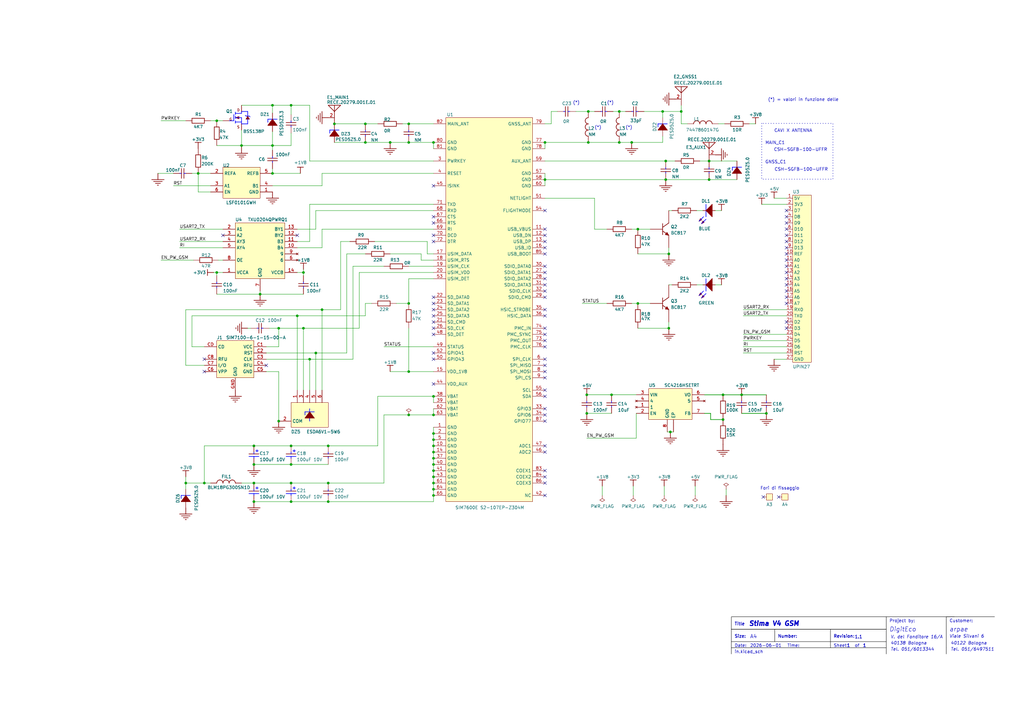
<source format=kicad_sch>
(kicad_sch (version 20230121) (generator eeschema)
  (paper "A3")
  (title_block (title "Stima V4 GSM"))
  (junction (at 119.38 198.12))
  (junction (at 177.8 185.42))
  (junction (at 273.05 66.04))
  (junction (at 261.62 93.98))
  (junction (at 137.16 50.8))
  (junction (at 132.08 127))
  (junction (at 254 58.42))
  (junction (at 261.62 124.46))
  (junction (at 177.8 198.12))
  (junction (at 88.9 111.76))
  (junction (at 119.38 182.88))
  (junction (at 119.38 43.18))
  (junction (at 104.14 190.5))
  (junction (at 241.3 45.72))
  (junction (at 127 147.32))
  (junction (at 134.62 205.74))
  (junction (at 111.76 71.12))
  (junction (at 177.8 182.88))
  (junction (at 124.46 134.62))
  (junction (at 254 45.72))
  (junction (at 111.76 59.69))
  (junction (at 134.62 182.88))
  (junction (at 167.64 58.42))
  (junction (at 134.62 198.12))
  (junction (at 271.78 45.72))
  (junction (at 250.825 161.925))
  (junction (at 119.38 190.5))
  (junction (at 76.2 198.12))
  (junction (at 104.14 182.88))
  (junction (at 223.52 58.42))
  (junction (at 274.32 134.62))
  (junction (at 149.86 50.8))
  (junction (at 129.54 144.78))
  (junction (at 241.3 58.42))
  (junction (at 259.08 58.42))
  (junction (at 273.05 73.66))
  (junction (at 304.165 161.925))
  (junction (at 177.8 203.2))
  (junction (at 290.83 73.66))
  (junction (at 274.32 104.14))
  (junction (at 114.3 134.62))
  (junction (at 106.68 120.65))
  (junction (at 290.83 66.04))
  (junction (at 314.325 169.545))
  (junction (at 83.82 198.12))
  (junction (at 167.64 152.4))
  (junction (at 177.8 190.5))
  (junction (at 223.52 73.66))
  (junction (at 111.76 43.18))
  (junction (at 149.86 58.42))
  (junction (at 177.8 193.04))
  (junction (at 177.8 177.8))
  (junction (at 104.14 198.12))
  (junction (at 177.8 195.58))
  (junction (at 177.8 200.66))
  (junction (at 124.46 111.76))
  (junction (at 88.9 49.53))
  (junction (at 177.8 180.34))
  (junction (at 177.8 58.42))
  (junction (at 240.665 161.925))
  (junction (at 104.14 205.74))
  (junction (at 114.3 172.72))
  (junction (at 274.955 177.165))
  (junction (at 296.545 161.925))
  (junction (at 167.64 50.8))
  (junction (at 177.8 162.56))
  (junction (at 177.8 187.96))
  (junction (at 279.4 45.72))
  (junction (at 119.38 205.74))
  (junction (at 296.545 172.085))
  (junction (at 240.665 169.545))
  (junction (at 81.28 71.12))
  (junction (at 121.92 129.54))
  (junction (at 160.02 58.42))
  (junction (at 99.06 59.69))
  (junction (at 167.64 170.18))
  (junction (at 167.64 124.46))
  (junction (at 177.8 170.18))
  (no_connect (at 223.52 99.06))
  (no_connect (at 177.8 121.92))
  (no_connect (at 223.52 182.88))
  (no_connect (at 177.8 129.54))
  (no_connect (at 177.8 99.06))
  (no_connect (at 322.58 93.98))
  (no_connect (at 223.52 195.58))
  (no_connect (at 223.52 198.12))
  (no_connect (at 223.52 147.32))
  (no_connect (at 91.44 96.52))
  (no_connect (at 223.52 101.6))
  (no_connect (at 322.58 91.44))
  (no_connect (at 223.52 134.62))
  (no_connect (at 177.8 76.2))
  (no_connect (at 177.8 157.48))
  (no_connect (at 322.58 104.14))
  (no_connect (at 322.58 109.22))
  (no_connect (at 223.52 154.94))
  (no_connect (at 322.58 134.62))
  (no_connect (at 322.58 132.08))
  (no_connect (at 223.52 167.64))
  (no_connect (at 322.58 88.9))
  (no_connect (at 177.8 127))
  (no_connect (at 121.92 96.52))
  (no_connect (at 177.8 134.62))
  (no_connect (at 223.52 96.52))
  (no_connect (at 322.58 116.84))
  (no_connect (at 177.8 137.16))
  (no_connect (at 177.8 91.44))
  (no_connect (at 322.58 121.92))
  (no_connect (at 223.52 203.2))
  (no_connect (at 177.8 88.9))
  (no_connect (at 322.58 106.68))
  (no_connect (at 223.52 129.54))
  (no_connect (at 322.58 99.06))
  (no_connect (at 322.58 114.3))
  (no_connect (at 223.52 170.18))
  (no_connect (at 322.58 96.52))
  (no_connect (at 177.8 124.46))
  (no_connect (at 223.52 193.04))
  (no_connect (at 177.8 96.52))
  (no_connect (at 319.405 203.835))
  (no_connect (at 109.22 149.86))
  (no_connect (at 223.52 139.7))
  (no_connect (at 223.52 160.02))
  (no_connect (at 223.52 172.72))
  (no_connect (at 223.52 142.24))
  (no_connect (at 223.52 104.14))
  (no_connect (at 223.52 127))
  (no_connect (at 223.52 116.84))
  (no_connect (at 313.055 203.835))
  (no_connect (at 322.58 124.46))
  (no_connect (at 223.52 149.86))
  (no_connect (at 322.58 111.76))
  (no_connect (at 223.52 93.98))
  (no_connect (at 322.58 86.36))
  (no_connect (at 223.52 86.36))
  (no_connect (at 177.8 132.08))
  (no_connect (at 223.52 137.16))
  (no_connect (at 223.52 162.56))
  (no_connect (at 223.52 152.4))
  (no_connect (at 223.52 111.76))
  (no_connect (at 322.58 101.6))
  (no_connect (at 83.82 152.4))
  (no_connect (at 83.82 147.32))
  (no_connect (at 177.8 144.78))
  (no_connect (at 223.52 114.3))
  (no_connect (at 223.52 119.38))
  (no_connect (at 223.52 185.42))
  (no_connect (at 223.52 121.92))
  (no_connect (at 177.8 147.32))
  (no_connect (at 223.52 109.22))
  (no_connect (at 322.58 119.38))
  (wire (pts (xy 111.76 69.215) (xy 111.76 71.12)))
  (wire (pts (xy 81.28 78.74) (xy 81.28 71.12)))
  (wire (pts (xy 76.2 127) (xy 132.08 127)))
  (wire (pts (xy 177.8 83.82) (xy 127 83.82)))
  (wire (pts (xy 177.8 175.26) (xy 177.8 177.8)))
  (wire (pts (xy 88.9 111.76) (xy 91.44 111.76)))
  (wire (pts (xy 144.78 109.22) (xy 144.78 147.32)))
  (wire (pts (xy 111.76 53.975) (xy 111.76 59.69)))
  (wire (pts (xy 119.38 59.69) (xy 119.38 54.61)))
  (wire (pts (xy 274.955 177.165) (xy 276.225 177.165)))
  (wire (pts (xy 76.2 195.58) (xy 76.2 198.12)))
  (wire (pts (xy 160.02 152.4) (xy 167.64 152.4)))
  (wire (pts (xy 110.49 134.62) (xy 114.3 134.62)))
  (wire (pts (xy 317.5 81.28) (xy 322.58 81.28)))
  (wire (pts (xy 134.62 182.88) (xy 154.94 182.88)))
  (wire (pts (xy 91.44 101.6) (xy 73.66 101.6)))
  (wire (pts (xy 223.52 58.42) (xy 241.3 58.42)))
  (wire (pts (xy 119.38 43.18) (xy 127 43.18)))
  (polyline (pts (xy 388.112 265.684) (xy 388.112 268.224)) (stroke (width 0) (type solid) (color 0 0 0 1)))
  (wire (pts (xy 104.14 190.5) (xy 119.38 190.5)))
  (wire (pts (xy 143.51 99.06) (xy 139.7 99.06)))
  (wire (pts (xy 142.24 104.14) (xy 142.24 144.78)))
  (wire (pts (xy 273.05 66.04) (xy 276.86 66.04)))
  (wire (pts (xy 87.63 111.76) (xy 88.9 111.76)))
  (wire (pts (xy 248.92 124.46) (xy 238.76 124.46)))
  (wire (pts (xy 177.8 187.96) (xy 177.8 190.5)))
  (wire (pts (xy 260.985 169.545) (xy 260.985 179.705)))
  (wire (pts (xy 111.76 46.355) (xy 111.76 43.18)))
  (wire (pts (xy 259.715 199.39) (xy 259.715 203.2)))
  (wire (pts (xy 177.8 180.34) (xy 177.8 182.88)))
  (wire (pts (xy 76.2 127) (xy 76.2 149.86)))
  (wire (pts (xy 88.9 49.53) (xy 91.44 49.53)))
  (wire (pts (xy 322.58 129.54) (xy 304.8 129.54)))
  (wire (pts (xy 223.52 73.66) (xy 223.52 76.2)))
  (wire (pts (xy 99.06 59.69) (xy 99.06 60.325)))
  (wire (pts (xy 274.32 132.08) (xy 274.32 134.62)))
  (wire (pts (xy 83.82 182.88) (xy 104.14 182.88)))
  (wire (pts (xy 254 58.42) (xy 259.08 58.42)))
  (wire (pts (xy 76.2 200.66) (xy 76.2 198.12)))
  (wire (pts (xy 129.54 144.78) (xy 142.24 144.78)))
  (wire (pts (xy 160.02 58.42) (xy 167.64 58.42)))
  (wire (pts (xy 124.46 134.62) (xy 124.46 160.02)))
  (wire (pts (xy 121.92 129.54) (xy 149.86 129.54)))
  (wire (pts (xy 293.37 86.36) (xy 295.91 86.36)))
  (wire (pts (xy 251.46 45.72) (xy 254 45.72)))
  (wire (pts (xy 109.22 152.4) (xy 114.3 152.4)))
  (wire (pts (xy 132.08 101.6) (xy 132.08 93.98)))
  (wire (pts (xy 137.16 50.8) (xy 149.86 50.8)))
  (wire (pts (xy 271.78 58.42) (xy 259.08 58.42)))
  (wire (pts (xy 271.78 55.88) (xy 271.78 58.42)))
  (wire (pts (xy 291.465 172.085) (xy 296.545 172.085)) (stroke (width 0.254)))
  (wire (pts (xy 78.74 71.12) (xy 81.28 71.12)))
  (wire (pts (xy 322.58 127) (xy 304.8 127)))
  (wire (pts (xy 99.06 198.12) (xy 104.14 198.12)))
  (wire (pts (xy 223.52 73.66) (xy 273.05 73.66)))
  (wire (pts (xy 134.62 205.74) (xy 177.8 205.74)))
  (wire (pts (xy 274.32 104.14) (xy 274.32 101.6)))
  (wire (pts (xy 160.02 104.14) (xy 172.72 104.14)))
  (wire (pts (xy 99.06 59.69) (xy 111.76 59.69)))
  (wire (pts (xy 272.415 199.39) (xy 272.415 203.2)))
  (wire (pts (xy 111.76 43.18) (xy 119.38 43.18)))
  (wire (pts (xy 64.77 71.12) (xy 71.12 71.12)))
  (wire (pts (xy 99.06 43.18) (xy 111.76 43.18)))
  (wire (pts (xy 223.52 66.04) (xy 273.05 66.04)))
  (wire (pts (xy 304.8 142.24) (xy 322.58 142.24)))
  (wire (pts (xy 177.8 200.66) (xy 177.8 203.2)))
  (wire (pts (xy 177.8 162.56) (xy 177.8 165.1)))
  (wire (pts (xy 172.72 106.68) (xy 177.8 106.68)))
  (wire (pts (xy 104.14 182.88) (xy 119.38 182.88)))
  (wire (pts (xy 293.37 116.84) (xy 295.91 116.84)))
  (wire (pts (xy 273.685 177.165) (xy 274.955 177.165)))
  (wire (pts (xy 121.92 129.54) (xy 121.92 160.02)))
  (wire (pts (xy 132.08 71.12) (xy 177.8 71.12)))
  (wire (pts (xy 223.52 50.8) (xy 226.06 50.8)))
  (wire (pts (xy 177.8 182.88) (xy 177.8 185.42)))
  (wire (pts (xy 149.86 50.8) (xy 154.94 50.8)))
  (wire (pts (xy 152.4 124.46) (xy 149.86 124.46)))
  (wire (pts (xy 275.59 86.36) (xy 274.32 86.36)))
  (polyline (pts (xy 299.974 263.144) (xy 363.474 263.144)) (stroke (width 0) (type solid) (color 0 0 0 1)))
  (wire (pts (xy 317.5 147.32) (xy 322.58 147.32)))
  (wire (pts (xy 243.84 81.28) (xy 243.84 93.98)))
  (wire (pts (xy 111.76 59.69) (xy 111.76 61.595)))
  (wire (pts (xy 177.8 60.96) (xy 177.8 58.42)))
  (wire (pts (xy 114.3 152.4) (xy 114.3 172.72)))
  (wire (pts (xy 264.16 45.72) (xy 271.78 45.72)))
  (wire (pts (xy 102.87 134.62) (xy 101.6 134.62)))
  (wire (pts (xy 88.9 120.65) (xy 106.68 120.65)))
  (wire (pts (xy 288.925 169.545) (xy 291.465 169.545)) (stroke (width 0.254)))
  (wire (pts (xy 223.52 81.28) (xy 243.84 81.28)))
  (wire (pts (xy 261.62 93.98) (xy 266.7 93.98)))
  (wire (pts (xy 119.38 190.5) (xy 134.62 190.5)))
  (wire (pts (xy 129.54 93.98) (xy 121.92 93.98)))
  (wire (pts (xy 157.48 170.18) (xy 157.48 198.12)))
  (wire (pts (xy 139.7 99.06) (xy 139.7 127)))
  (wire (pts (xy 309.88 50.8) (xy 307.34 50.8)))
  (wire (pts (xy 129.54 86.36) (xy 129.54 93.98)))
  (wire (pts (xy 177.8 58.42) (xy 167.64 58.42)))
  (wire (pts (xy 142.24 104.14) (xy 149.86 104.14)))
  (wire (pts (xy 241.3 45.72) (xy 243.84 45.72)))
  (polyline (pts (xy 299.974 258.064) (xy 363.474 258.064)) (stroke (width 0) (type solid) (color 0 0 0 1)))
  (wire (pts (xy 149.86 58.42) (xy 160.02 58.42)))
  (wire (pts (xy 304.165 169.545) (xy 314.325 169.545)) (stroke (width 0.254)))
  (wire (pts (xy 177.8 190.5) (xy 177.8 193.04)))
  (wire (pts (xy 322.58 139.7) (xy 304.8 139.7)))
  (wire (pts (xy 121.92 111.76) (xy 124.46 111.76)))
  (wire (pts (xy 243.84 93.98) (xy 248.92 93.98)))
  (wire (pts (xy 297.815 200.66) (xy 297.815 203.2)))
  (wire (pts (xy 111.76 76.2) (xy 132.08 76.2)))
  (wire (pts (xy 175.26 104.14) (xy 177.8 104.14)))
  (wire (pts (xy 247.015 199.39) (xy 247.015 203.2)))
  (wire (pts (xy 177.8 177.8) (xy 177.8 180.34)))
  (wire (pts (xy 127 43.18) (xy 127 66.04)))
  (wire (pts (xy 167.64 114.3) (xy 167.64 124.46)))
  (wire (pts (xy 177.8 162.56) (xy 154.94 162.56)))
  (wire (pts (xy 78.74 142.24) (xy 83.82 142.24)))
  (wire (pts (xy 78.74 129.54) (xy 121.92 129.54)))
  (polyline (pts (xy 299.974 258.064) (xy 363.474 258.064)) (stroke (width 0) (type solid) (color 0 0 0 1)))
  (wire (pts (xy 114.3 134.62) (xy 114.3 142.24)))
  (wire (pts (xy 261.62 134.62) (xy 274.32 134.62)))
  (wire (pts (xy 177.8 66.04) (xy 127 66.04)))
  (wire (pts (xy 287.02 66.04) (xy 290.83 66.04)))
  (wire (pts (xy 132.08 127) (xy 139.7 127)))
  (wire (pts (xy 271.78 48.26) (xy 271.78 45.72)))
  (wire (pts (xy 157.48 109.22) (xy 144.78 109.22)))
  (wire (pts (xy 250.825 161.925) (xy 260.985 161.925)))
  (wire (pts (xy 279.4 50.8) (xy 281.94 50.8)))
  (wire (pts (xy 223.52 71.12) (xy 223.52 73.66)))
  (wire (pts (xy 177.8 198.12) (xy 177.8 200.66)))
  (wire (pts (xy 106.68 119.38) (xy 106.68 120.65)))
  (polyline (pts (xy 340.614 258.064) (xy 340.614 265.684)) (stroke (width 0) (type solid) (color 0 0 0 1)))
  (wire (pts (xy 177.8 185.42) (xy 177.8 187.96)))
  (wire (pts (xy 76.2 198.12) (xy 83.82 198.12)))
  (wire (pts (xy 177.8 114.3) (xy 167.64 114.3)))
  (wire (pts (xy 73.66 93.98) (xy 91.44 93.98)))
  (wire (pts (xy 177.8 142.24) (xy 157.48 142.24)))
  (wire (pts (xy 147.32 111.76) (xy 147.32 134.62)))
  (wire (pts (xy 167.64 134.62) (xy 167.64 152.4)))
  (wire (pts (xy 288.925 161.925) (xy 296.545 161.925)) (stroke (width 0.254)))
  (wire (pts (xy 177.8 205.74) (xy 177.8 203.2)))
  (wire (pts (xy 132.08 127) (xy 132.08 160.02)))
  (wire (pts (xy 167.64 124.46) (xy 162.56 124.46)))
  (wire (pts (xy 167.64 50.8) (xy 177.8 50.8)))
  (wire (pts (xy 226.06 45.72) (xy 228.6 45.72)))
  (wire (pts (xy 241.3 58.42) (xy 254 58.42)))
  (wire (pts (xy 175.26 99.06) (xy 175.26 104.14)))
  (wire (pts (xy 76.2 49.53) (xy 66.04 49.53)))
  (wire (pts (xy 304.8 144.78) (xy 322.58 144.78)))
  (wire (pts (xy 127 147.32) (xy 127 160.02)))
  (wire (pts (xy 157.48 170.18) (xy 167.64 170.18)))
  (wire (pts (xy 124.46 134.62) (xy 147.32 134.62)))
  (wire (pts (xy 109.22 144.78) (xy 129.54 144.78)))
  (wire (pts (xy 290.83 73.66) (xy 302.26 73.66)))
  (wire (pts (xy 127 99.06) (xy 121.92 99.06)))
  (wire (pts (xy 279.4 43.18) (xy 279.4 45.72)))
  (polyline (pts (xy 317.754 258.064) (xy 317.754 263.144)) (stroke (width 0) (type solid) (color 0 0 0 1)))
  (wire (pts (xy 259.08 124.46) (xy 261.62 124.46)))
  (wire (pts (xy 279.4 45.72) (xy 279.4 50.8)))
  (wire (pts (xy 223.52 58.42) (xy 223.52 60.96)))
  (wire (pts (xy 83.82 198.12) (xy 86.36 198.12)))
  (wire (pts (xy 226.06 50.8) (xy 226.06 45.72)))
  (wire (pts (xy 177.8 86.36) (xy 129.54 86.36)))
  (wire (pts (xy 88.9 111.76) (xy 88.9 113.03)))
  (wire (pts (xy 254 45.72) (xy 256.54 45.72)))
  (wire (pts (xy 109.22 142.24) (xy 114.3 142.24)))
  (wire (pts (xy 111.76 71.12) (xy 123.19 71.12)))
  (wire (pts (xy 167.64 170.18) (xy 177.8 170.18)))
  (wire (pts (xy 132.08 93.98) (xy 177.8 93.98)))
  (wire (pts (xy 129.54 144.78) (xy 129.54 160.02)))
  (wire (pts (xy 177.8 193.04) (xy 177.8 195.58)))
  (wire (pts (xy 304.165 161.925) (xy 314.325 161.925)) (stroke (width 0.254)))
  (wire (pts (xy 259.08 93.98) (xy 261.62 93.98)))
  (wire (pts (xy 271.78 45.72) (xy 279.4 45.72)))
  (wire (pts (xy 285.115 199.39) (xy 285.115 203.2)))
  (wire (pts (xy 119.38 182.88) (xy 134.62 182.88)))
  (wire (pts (xy 119.38 43.18) (xy 119.38 46.99)))
  (polyline (pts (xy 363.474 252.984) (xy 363.474 265.684)) (stroke (width 0) (type solid) (color 0 0 0 1)))
  (wire (pts (xy 127 147.32) (xy 144.78 147.32)))
  (wire (pts (xy 104.14 205.74) (xy 119.38 205.74)))
  (wire (pts (xy 273.05 73.66) (xy 290.83 73.66)))
  (wire (pts (xy 154.94 162.56) (xy 154.94 182.88)))
  (wire (pts (xy 312.42 83.82) (xy 322.58 83.82)))
  (wire (pts (xy 172.72 104.14) (xy 172.72 106.68)))
  (wire (pts (xy 177.8 109.22) (xy 167.64 109.22)))
  (wire (pts (xy 111.76 59.69) (xy 119.38 59.69)))
  (wire (pts (xy 73.66 99.06) (xy 91.44 99.06)))
  (wire (pts (xy 109.22 147.32) (xy 127 147.32)))
  (wire (pts (xy 261.62 104.14) (xy 274.32 104.14)))
  (wire (pts (xy 177.8 195.58) (xy 177.8 198.12)))
  (wire (pts (xy 153.67 99.06) (xy 175.26 99.06)))
  (wire (pts (xy 165.1 50.8) (xy 167.64 50.8)))
  (wire (pts (xy 124.46 111.76) (xy 124.46 113.03)))
  (wire (pts (xy 177.8 167.64) (xy 177.8 170.18)))
  (wire (pts (xy 288.29 116.84) (xy 285.75 116.84)))
  (wire (pts (xy 71.12 76.2) (xy 86.36 76.2)))
  (wire (pts (xy 167.64 152.4) (xy 177.8 152.4)))
  (wire (pts (xy 124.46 110.49) (xy 124.46 111.76)))
  (wire (pts (xy 137.16 58.42) (xy 149.86 58.42)))
  (wire (pts (xy 275.59 116.84) (xy 274.32 116.84)))
  (wire (pts (xy 297.18 50.8) (xy 294.64 50.8)))
  (wire (pts (xy 83.82 182.88) (xy 83.82 198.12)))
  (wire (pts (xy 106.68 120.65) (xy 124.46 120.65)))
  (wire (pts (xy 296.545 161.925) (xy 304.165 161.925)) (stroke (width 0.254)))
  (wire (pts (xy 240.665 161.925) (xy 250.825 161.925)))
  (wire (pts (xy 81.28 78.74) (xy 86.36 78.74)))
  (wire (pts (xy 88.9 59.69) (xy 99.06 59.69)))
  (wire (pts (xy 76.2 149.86) (xy 83.82 149.86)))
  (wire (pts (xy 114.3 134.62) (xy 124.46 134.62)))
  (wire (pts (xy 240.665 169.545) (xy 250.825 169.545)))
  (wire (pts (xy 260.985 179.705) (xy 240.665 179.705)))
  (wire (pts (xy 290.83 66.04) (xy 302.26 66.04)))
  (wire (pts (xy 288.29 86.36) (xy 285.75 86.36)))
  (wire (pts (xy 104.14 198.12) (xy 119.38 198.12)))
  (wire (pts (xy 121.92 101.6) (xy 132.08 101.6)))
  (wire (pts (xy 127 83.82) (xy 127 99.06)))
  (wire (pts (xy 78.74 129.54) (xy 78.74 142.24)))
  (wire (pts (xy 132.08 76.2) (xy 132.08 71.12)))
  (wire (pts (xy 119.38 198.12) (xy 134.62 198.12)))
  (wire (pts (xy 149.86 124.46) (xy 149.86 129.54)))
  (wire (pts (xy 291.465 169.545) (xy 291.465 172.085)) (stroke (width 0.254)))
  (wire (pts (xy 236.22 45.72) (xy 241.3 45.72)))
  (wire (pts (xy 79.375 106.68) (xy 66.04 106.68)))
  (wire (pts (xy 86.36 49.53) (xy 88.9 49.53)))
  (wire (pts (xy 81.28 71.12) (xy 86.36 71.12)))
  (wire (pts (xy 99.06 53.34) (xy 99.06 59.69)))
  (wire (pts (xy 147.32 111.76) (xy 177.8 111.76)))
  (wire (pts (xy 134.62 198.12) (xy 157.48 198.12)))
  (wire (pts (xy 322.58 137.16) (xy 304.8 137.16)))
  (wire (pts (xy 261.62 124.46) (xy 266.7 124.46)))
  (wire (pts (xy 119.38 205.74) (xy 134.62 205.74)))
  (wire (pts (xy 89.535 106.68) (xy 91.44 106.68)))
  (polyline (pts (xy 407.924 252.984) (xy 388.112 252.984) (xy 388.112 265.684)) (stroke (width 0) (type solid) (color 0 0 0 1)))
  (polyline (pts (xy 391.414 252.984) (xy 299.974 252.984) (xy 299.974 268.224)) (stroke (width 0) (type solid) (color 0 0 0 1)))
  (polyline (pts (xy 312.42 50.6222) (xy 312.42 73.4822) (xy 341.63 73.4822) (xy 341.63 50.6222) (xy 312.42 50.6222)) (stroke (width 0.254) (type dot) (color 0 0 191 1)))
  (polyline (pts (xy 299.974 265.684) (xy 363.474 265.684) (xy 363.474 268.224)) (stroke (width 0) (type solid) (color 0 0 0 1)))
  (text "Title" (at 301.244 256.794 0) (effects (font (size 1.27 1.27)) (justify left bottom)))
  (text "Project by:" (at 364.744 255.524 0) (effects (font (size 1.27 1.27)) (justify left bottom)))
  (text "Number:" (at 319.024 261.874 0) (effects (font (size 1.27 1.27)) (justify left bottom)))
  (text "Viale Silvani 6" (at 389.382 261.874 0) (effects (font (size 1.27 1.27) italic) (justify left bottom)))
  (text "Revision:" (at 341.884 261.874 0) (effects (font (size 1.27 1.27)) (justify left bottom)))
  (text "Fori di fissaggio" (at 311.785 201.1172 0) (effects (font (size 1.27 1.27)) (justify left bottom)))
  (text "1.1" (at 350.52 262.128 0) (effects (font (size 1.27 1.27)) (justify left bottom)))
  (text "Tel. 051/6013344" (at 365.252 267.208 0) (effects (font (size 1.27 1.27) italic) (justify left bottom)))
  (text "Number:" (at 319.024 261.874 0) (effects (font (size 1.27 1.27)) (justify left bottom)))
  (text "(*) = valori in funzione delle" (at 314.96 41.7322 0) (effects (font (size 1.27 1.27)) (justify left bottom)))
  (text "40138 Bologna" (at 365.252 264.668 0) (effects (font (size 1.27 1.27) italic) (justify left bottom)))
  (text "${CURRENT_DATE}" (at 307.594 265.684 0) (effects (font (size 1.27 1.27)) (justify left bottom)))
  (text "CAVI X ANTENNA" (at 317.5 54.4322 0) (effects (font (size 1.27 1.27)) (justify left bottom)))
  (text "Size:" (at 301.244 261.874 0) (effects (font (size 1.27 1.27)) (justify left bottom)))
  (text "${##}" (at 353.822 265.684 0) (effects (font (size 1.27 1.27) bold) (justify left bottom)))
  (text "Revision:" (at 341.884 261.874 0) (effects (font (size 1.27 1.27)) (justify left bottom)))
  (text "(*)" (at 248.92 43.0022 0) (effects (font (size 1.27 1.27)) (justify left bottom)))
  (text "Size:" (at 301.244 261.874 0) (effects (font (size 1.27 1.27)) (justify left bottom)))
  (text "MAIN_C1" (at 313.817 59.436 0) (effects (font (size 1.27 1.27)) (justify left bottom)))
  (text "Date:" (at 301.244 265.684 0) (effects (font (size 1.27 1.27)) (justify left bottom)))
  (text "A4" (at 307.594 262.128 0) (effects (font (size 1.524 1.524)) (justify left bottom)))
  (text "of" (at 350.52 265.684 0) (effects (font (size 1.27 1.27)) (justify left bottom)))
  (text "${FILENAME}" (at 301.244 268.224 0) (effects (font (size 1.27 1.27)) (justify left bottom)))
  (text "${TITLE}" (at 307.086 257.048 0) (effects (font (size 1.905 1.905) bold italic) (justify left bottom)))
  (text "CSH-SGFB-100-UFFR" (at 317.373 62.23 0) (effects (font (size 1.27 1.27)) (justify left bottom)))
  (text "Tel. 051/6497511" (at 389.89 267.208 0) (effects (font (size 1.27 1.27) italic) (justify left bottom)))
  (text "CSH-SGFB-100-UFFR" (at 317.627 70.358 0) (effects (font (size 1.27 1.27)) (justify left bottom)))
  (text "(*)" (at 243.84 53.1622 0) (effects (font (size 1.27 1.27)) (justify left bottom)))
  (text "(*)" (at 234.95 43.0022 0) (effects (font (size 1.27 1.27)) (justify left bottom)))
  (text "Time:" (at 322.834 265.684 0) (effects (font (size 1.27 1.27)) (justify left bottom)))
  (text "GNSS_C1" (at 313.817 67.31 0) (effects (font (size 1.27 1.27)) (justify left bottom)))
  (text "Customer:" (at 389.382 255.524 0) (effects (font (size 1.27 1.27)) (justify left bottom)))
  (text "40122 Bologna" (at 389.89 264.668 0) (effects (font (size 1.27 1.27) italic) (justify left bottom)))
  (text "arpae" (at 389.382 259.334 0) (effects (font (size 1.778 1.778) italic) (justify left bottom)))
  (text "Sheet" (at 341.884 265.684 0) (effects (font (size 1.27 1.27)) (justify left bottom)))
  (text "" (at 307.594 268.224 0) (effects (font (size 1.27 1.27)) (justify left bottom)))
  (text "V. del Fonditore 16/A" (at 365.252 262.128 0) (effects (font (size 1.27 1.27) italic) (justify left bottom)))
  (text "1.1" (at 350.52 262.128 0) (effects (font (size 1.27 1.27)) (justify left bottom)))
  (text "${TITLE}" (at 307.086 257.048 0) (effects (font (size 1.905 1.905) bold italic) (justify left bottom)))
  (text "DigitEco" (at 364.744 259.334 0) (effects (font (size 1.778 1.778) italic) (justify left bottom)))
  (text "${#}" (at 347.218 265.684 0) (effects (font (size 1.27 1.27) bold) (justify left bottom)))
  (text "(*)" (at 256.54 53.1622 0) (effects (font (size 1.27 1.27)) (justify left bottom)))
  (text "Title" (at 301.244 256.794 0) (effects (font (size 1.27 1.27)) (justify left bottom)))
  (label "EN_PW_GSM" (at 304.8 137.16 180))
  (label "PWRKEY" (at 304.8 139.7 180))
  (label "USART2_RX" (at 304.8 127 180))
  (label "USART2_TX" (at 304.8 129.54 180))
  (label "STATUS" (at 157.48 142.24 180))
  (label "RST" (at 304.8 144.78 180))
  (label "RST" (at 71.12 76.2 180))
  (label "RI" (at 304.8 142.24 180))
  (label "USART2_RX" (at 73.66 99.06 180))
  (label "PWRKEY" (at 66.04 49.53 180))
  (label "EN_PW_GSM" (at 240.665 179.705 180))
  (label "USART2_TX" (at 73.66 93.98 180))
  (label "RI" (at 73.66 101.6 180))
  (label "EN_PW_GSM" (at 66.04 106.68 180))
  (label "STATUS" (at 238.76 124.46 180))
  (symbol (lib_id "Stima V4_GSM R1_1-altium-import:root_0_Transil SMD PESD5") (at 137.16 53.34 0) (unit 1)
    (property "Reference" "DZ3" (at 139.827 55.626 0) (effects (justify left bottom)))
    (property "Value" "PESD5Z5.0" (at 137.541 57.912 0) (effects (justify left bottom)))
    (property "Footprint" "Library:SOD 523(SC-79)" (effects hide))
    (property "PACKAGE REFERENCE" "SOD523" (effects hide))
  )
  (symbol (lib_id "Stima V4_GSM R1_1-altium-import:root_1_Res 0603") (at 78.74 68.58 0) (unit 1)
    (property "Reference" "R6" (at 82.55 65.405 0) (effects (justify left bottom)))
    (property "Value" "200K" (at 82.55 67.945 0) (effects (justify left bottom)))
    (property "Footprint" "Library:0603" (effects hide))
    (property "ALTIUM_VALUE" "200K" (effects hide))
    (property "PRECISION" "1%" (effects hide))
    (property "PACKAGE REFERENCE" "0603" (effects hide))
    (property "POWER" "1/10W" (effects hide))
  )
  (symbol (lib_id "Stima V4_GSM R1_1-altium-import:GND") (at 240.665 169.545 0) (unit 1)
    (property "Reference" "#PWR0104" (effects hide))
    (property "Value" "GND" (effects hide))
  )
  (symbol (lib_id "Stima V4_GSM R1_1-altium-import:+3V8") (at 295.91 86.36 180) (unit 1)
    (property "Reference" "#PWR0108" (effects hide))
    (property "Value" "+3V8" (at 295.91 82.55 0))
  )
  (symbol (lib_id "Stima V4_GSM R1_1-altium-import:root_0_Transil SMD PESD5") (at 302.26 68.58 0) (unit 1)
    (property "Reference" "DZ4" (at 299.72 72.39 90) (effects (justify left bottom)))
    (property "Value" "PESD5Z5.0" (at 307.34 74.93 90) (effects (justify left bottom)))
    (property "Footprint" "Library:SOD 523(SC-79)" (effects hide))
    (property "PACKAGE REFERENCE" "SOD523" (effects hide))
  )
  (symbol (lib_id "Stima V4_GSM R1_1-altium-import:root_1_Coil  SMD piccoli") (at 238.76 55.88 0) (unit 1)
    (property "Reference" "L2" (at 241.3 53.34 0) (effects (justify left bottom)))
    (property "Value" "NM" (at 241.3 55.88 0) (effects (justify left bottom)))
    (property "Footprint" "Library:0603" (effects hide))
    (property "TYPE" "Vishay" (effects hide))
    (property "PACKAGE REFERENCE" "0603" (effects hide))
  )
  (symbol (lib_id "Stima V4_GSM R1_1-altium-import:root_0_SC4216H") (at 266.065 159.385 0) (unit 1)
    (property "Reference" "U5" (at 266.065 158.75 0) (effects (justify left bottom)))
    (property "Value" "SC4216HSETRT" (at 272.415 158.75 0) (effects (justify left bottom)))
    (property "Footprint" "Library:SO8-EDP-2 MIO" (effects hide))
    (property "PACKAGE REFERENCE" "SOIC8-EDP" (effects hide))
  )
  (symbol (lib_id "Stima V4_GSM R1_1-altium-import:+5V") (at 285.115 199.39 180) (unit 1)
    (property "Reference" "#PWR04" (effects hide))
    (property "Value" "+5V" (at 285.115 195.58 0))
  )
  (symbol (lib_id "Stima V4_GSM R1_1-altium-import:GND") (at 101.6 134.62 270) (unit 1)
    (property "Reference" "#PWR0127" (effects hide))
    (property "Value" "GND" (effects hide))
  )
  (symbol (lib_id "Stima V4_GSM R1_1-altium-import:root_0_C0603") (at 304.165 164.465 0) (unit 1)
    (property "Reference" "C15" (at 306.705 166.37 0) (effects (justify left bottom)))
    (property "Value" "100nF" (at 306.705 168.91 0) (effects (justify left bottom)))
    (property "Footprint" "Library:0603" (effects hide))
    (property "PACKAGE REFERENCE" "0603" (effects hide))
    (property "TYPE" "Multistrato X5R/X7R" (effects hide))
    (property "ALTIUM_VALUE" "100nF" (effects hide))
    (property "VOLTAGE" "20V" (effects hide))
  )
  (symbol (lib_id "Stima V4_GSM R1_1-altium-import:root_2_Res 0603") (at 157.48 106.68 0) (unit 1)
    (property "Reference" "R11" (at 153.035 102.235 0) (effects (justify left bottom)))
    (property "Value" "22R" (at 153.035 107.315 0) (effects (justify left bottom)))
    (property "Footprint" "Library:0603" (effects hide))
    (property "ALTIUM_VALUE" "22R" (effects hide))
    (property "PRECISION" "5%" (effects hide))
    (property "PACKAGE REFERENCE" "0603" (effects hide))
    (property "POWER" "1/10W" (effects hide))
  )
  (symbol (lib_id "Stima V4_GSM R1_1-altium-import:root_2_Res 0603") (at 151.13 101.6 0) (unit 1)
    (property "Reference" "R9" (at 146.685 97.155 0) (effects (justify left bottom)))
    (property "Value" "22R" (at 146.685 102.235 0) (effects (justify left bottom)))
    (property "Footprint" "Library:0603" (effects hide))
    (property "ALTIUM_VALUE" "22R" (effects hide))
    (property "PRECISION" "5%" (effects hide))
    (property "PACKAGE REFERENCE" "0603" (effects hide))
    (property "POWER" "1/10W" (effects hide))
  )
  (symbol (lib_id "Stima V4_GSM R1_1-altium-import:root_0_C0603") (at 119.38 49.53 0) (unit 1)
    (property "Reference" "C3" (at 120.015 49.53 0) (effects (justify left bottom)))
    (property "Value" "100nF" (at 120.015 53.975 0) (effects (justify left bottom)))
    (property "Footprint" "Library:0603" (effects hide))
    (property "PACKAGE REFERENCE" "0603" (effects hide))
    (property "TYPE" "Multistrato X5R/X7R" (effects hide))
    (property "ALTIUM_VALUE" "100nF" (effects hide))
    (property "VOLTAGE" "20V" (effects hide))
  )
  (symbol (lib_id "Stima V4_GSM R1_1-altium-import:+3V8") (at 76.2 195.58 180) (unit 1)
    (property "Reference" "#PWR0120" (effects hide))
    (property "Value" "+3V8" (at 76.2 191.77 0))
  )
  (symbol (lib_id "Stima V4_GSM R1_1-altium-import:+1V8") (at 160.02 152.4 180) (unit 1)
    (property "Reference" "#PWR0132" (effects hide))
    (property "Value" "+1V8" (at 160.02 148.59 0))
  )
  (symbol (lib_id "Stima V4_GSM R1_1-altium-import:+5V") (at 317.5 81.28 180) (unit 1)
    (property "Reference" "#PWR0109" (effects hide))
    (property "Value" "+5V" (at 317.5 77.47 0))
  )
  (symbol (lib_id "Stima V4_GSM R1_1-altium-import:root_0_C0603") (at 149.86 53.34 0) (unit 1)
    (property "Reference" "C4" (at 152.146 55.626 0) (effects (justify left bottom)))
    (property "Value" "NM" (at 152.146 58.166 0) (effects (justify left bottom)))
    (property "Footprint" "Library:0603" (effects hide))
    (property "PACKAGE REFERENCE" "0603" (effects hide))
    (property "TYPE" "Multistrato X5R/X7R" (effects hide))
    (property "VOLTAGE" "20V" (effects hide))
  )
  (symbol (lib_id "Stima V4_GSM R1_1-altium-import:root_0_ViteDado") (at 314.325 202.565 0) (unit 1)
    (property "Reference" "A3" (at 314.325 207.645 0) (effects (justify left bottom)))
    (property "Value" "ViteDado" (effects hide))
    (property "Footprint" "Library:ViteDado4" (effects hide))
  )
  (symbol (lib_id "Stima V4_GSM R1_1-altium-import:GND") (at 274.32 134.62 0) (unit 1)
    (property "Reference" "#PWR0112" (effects hide))
    (property "Value" "GND" (effects hide))
  )
  (symbol (lib_id "Stima V4_GSM R1_1-altium-import:root_0_Tag. SMD B") (at 104.14 200.66 0) (unit 1)
    (property "Reference" "C20" (at 106.426 201.93 0) (effects (justify left bottom)))
    (property "Value" "100uF 10V" (at 106.426 204.47 0) (effects (justify left bottom)))
    (property "Footprint" "Library:Case B-TC3528-1411" (effects hide))
    (property "PACKAGE REFERENCE" "Case B" (effects hide))
    (property "ALTIUM_VALUE" "100uF" (effects hide))
    (property "TYPE" "Tantalio" (effects hide))
    (property "VOLTAGE" "10V" (effects hide))
  )
  (symbol (lib_id "Stima V4_GSM R1_1-altium-import:root_2_Res 0603") (at 256.54 127 0) (unit 1)
    (property "Reference" "R16" (at 252.095 122.555 0) (effects (justify left bottom)))
    (property "Value" "4K7" (at 252.095 127.635 0) (effects (justify left bottom)))
    (property "Footprint" "Library:0603" (effects hide))
    (property "ALTIUM_VALUE" "4K7" (effects hide))
    (property "PRECISION" "1%" (effects hide))
    (property "PACKAGE REFERENCE" "0603" (effects hide))
    (property "POWER" "1/10W" (effects hide))
  )
  (symbol (lib_id "Stima V4_GSM R1_1-altium-import:root_0_BLM18BD") (at 88.9 195.58 0) (unit 1)
    (property "Reference" "FIL1" (at 90.805 196.215 0) (effects (justify left bottom)))
    (property "Value" "BLM18PG300SN1D" (at 85.09 200.66 0) (effects (justify left bottom)))
    (property "Footprint" "Library:0603" (effects hide))
    (property "TYPE" "BLM18BD  MURATA" (effects hide))
    (property "PACKAGE REFERENCE" "0603" (effects hide))
  )
  (symbol (lib_id "Stima V4_GSM R1_1-altium-import:GND") (at 114.3 172.72 0) (unit 1)
    (property "Reference" "#PWR0121" (effects hide))
    (property "Value" "GND" (effects hide))
  )
  (symbol (lib_id "Stima V4_GSM R1_1-altium-import:root_2_Res 0603") (at 160.02 127 0) (unit 1)
    (property "Reference" "R15" (at 155.575 122.555 0) (effects (justify left bottom)))
    (property "Value" "22R" (at 155.575 127.635 0) (effects (justify left bottom)))
    (property "Footprint" "Library:0603" (effects hide))
    (property "ALTIUM_VALUE" "22R" (effects hide))
    (property "PRECISION" "5%" (effects hide))
    (property "PACKAGE REFERENCE" "0603" (effects hide))
    (property "POWER" "1/10W" (effects hide))
  )
  (symbol (lib_id "Stima V4_GSM R1_1-altium-import:GND") (at 64.77 71.12 0) (unit 1)
    (property "Reference" "#PWR0124" (effects hide))
    (property "Value" "GND" (effects hide))
  )
  (symbol (lib_id "Stima V4_GSM R1_1-altium-import:root_0_Coil  SMD piccoli") (at 284.48 48.26 0) (unit 1)
    (property "Reference" "L1" (at 284.48 49.53 0) (effects (justify left bottom)))
    (property "Value" "7447860147G" (at 281.305 53.975 0) (effects (justify left bottom)))
    (property "Footprint" "Library:0603" (effects hide))
    (property "ALTIUM_VALUE" "47nH" (effects hide))
    (property "TYPE" "Vishay" (effects hide))
    (property "PACKAGE REFERENCE" "0603" (effects hide))
  )
  (symbol (lib_id "Stima V4_GSM R1_1-altium-import:root_0_TXU0204") (at 96.52 91.44 0) (unit 1)
    (property "Reference" "U4" (at 96.52 90.805 0) (effects (justify left bottom)))
    (property "Value" "TXU0204QPWRQ1" (at 101.6 90.805 0) (effects (justify left bottom)))
    (property "Footprint" "Library:TSSOP14" (effects hide))
    (property "PACKAGE REFERENCE" "TSSOP14" (effects hide))
  )
  (symbol (lib_id "power:PWR_FLAG") (at 297.815 200.66 0) (unit 1)
    (property "Reference" "#FLG01" (effects hide))
    (property "Value" "PWR_FLAG" (at 297.815 195.58 0))
  )
  (symbol (lib_id "power:PWR_FLAG") (at 167.64 170.18 0) (unit 1)
    (property "Reference" "#FLG06" (effects hide))
    (property "Value" "PWR_FLAG" (effects hide))
  )
  (symbol (lib_id "power:PWR_FLAG") (at 272.415 203.2 180) (unit 1)
    (property "Reference" "#FLG03" (effects hide))
    (property "Value" "PWR_FLAG" (at 272.415 207.645 0))
  )
  (symbol (lib_id "Stima V4_GSM R1_1-altium-import:root_2_Led  SMD") (at 292.1 119.38 0) (unit 1)
    (property "Reference" "DL2" (at 287.655 113.665 0) (effects (justify left bottom)))
    (property "Value" "GREEN" (at 286.512 124.968 0) (effects (justify left bottom)))
    (property "Footprint" "Library:0805-led" (effects hide))
    (property "PACKAGE REFERENCE" "Smd 0805" (effects hide))
  )
  (symbol (lib_id "Stima V4_GSM R1_1-altium-import:root_0_Transil SMD PESD5") (at 111.76 48.895 0) (unit 1)
    (property "Reference" "DZ1" (at 106.68 47.625 0) (effects (justify left bottom)))
    (property "Value" "PESD5Z3.3" (at 116.205 55.88 90) (effects (justify left bottom)))
    (property "Footprint" "Library:SOD 523(SC-79)" (effects hide))
    (property "PACKAGE REFERENCE" "SOD523" (effects hide))
  )
  (symbol (lib_id "Stima V4_GSM R1_1-altium-import:+3V3") (at 312.42 83.82 180) (unit 1)
    (property "Reference" "#PWR0110" (effects hide))
    (property "Value" "+3V3" (at 312.42 80.01 0))
  )
  (symbol (lib_id "Stima V4_GSM R1_1-altium-import:root_0_C0603") (at 240.665 164.465 0) (unit 1)
    (property "Reference" "C13" (at 243.205 166.37 0) (effects (justify left bottom)))
    (property "Value" "100nF" (at 243.205 168.91 0) (effects (justify left bottom)))
    (property "Footprint" "Library:0603" (effects hide))
    (property "PACKAGE REFERENCE" "0603" (effects hide))
    (property "TYPE" "Multistrato X5R/X7R" (effects hide))
    (property "ALTIUM_VALUE" "100nF" (effects hide))
    (property "VOLTAGE" "20V" (effects hide))
  )
  (symbol (lib_id "Stima V4_GSM R1_1-altium-import:GND") (at 296.545 182.245 0) (unit 1)
    (property "Reference" "#PWR0115" (effects hide))
    (property "Value" "GND" (effects hide))
  )
  (symbol (lib_id "Stima V4_GSM R1_1-altium-import:root_0_Transil SMD PESD5") (at 271.78 50.8 0) (unit 1)
    (property "Reference" "DZ2" (at 269.24 53.975 90) (effects (justify left bottom)))
    (property "Value" "PESD5Z5.0" (at 276.225 57.15 90) (effects (justify left bottom)))
    (property "Footprint" "Library:SOD 523(SC-79)" (effects hide))
    (property "PACKAGE REFERENCE" "SOD523" (effects hide))
  )
  (symbol (lib_id "Stima V4_GSM R1_1-altium-import:root_0_BC817-25") (at 271.78 121.92 0) (unit 1)
    (property "Reference" "Q3" (at 275.082 124.206 0) (effects (justify left bottom)))
    (property "Value" "BC817" (at 275.082 126.746 0) (effects (justify left bottom)))
    (property "Footprint" "Library:SOT23" (effects hide))
    (property "PACKAGE REFERENCE" "SOT23" (effects hide))
  )
  (symbol (lib_id "Stima V4_GSM R1_1-altium-import:root_1_C0603") (at 246.38 45.72 0) (unit 1)
    (property "Reference" "C1" (at 246.38 43.18 0) (effects (justify left bottom)))
    (property "Value" "0R" (at 246.126 50.546 0) (effects (justify left bottom)))
    (property "Footprint" "Library:0603" (effects hide))
    (property "PACKAGE REFERENCE" "0603" (effects hide))
    (property "TYPE" "Multistrato X5R/X7R" (effects hide))
    (property "VOLTAGE" "20V" (effects hide))
  )
  (symbol (lib_id "Stima V4_GSM R1_1-altium-import:GND") (at 134.62 48.26 270) (unit 1)
    (property "Reference" "#PWR06" (effects hide))
    (property "Value" "GND" (effects hide))
  )
  (symbol (lib_id "Stima V4_GSM R1_1-altium-import:GND") (at 293.37 63.5 90) (unit 1)
    (property "Reference" "#PWR07" (effects hide))
    (property "Value" "GND" (effects hide))
  )
  (symbol (lib_id "power:PWR_FLAG") (at 285.115 203.2 180) (unit 1)
    (property "Reference" "#FLG04" (effects hide))
    (property "Value" "PWR_FLAG" (at 285.115 207.645 0))
  )
  (symbol (lib_id "Stima V4_GSM R1_1-altium-import:root_1_Res 0603") (at 86.36 57.15 0) (unit 1)
    (property "Reference" "R4" (at 89.916 54.61 0) (effects (justify left bottom)))
    (property "Value" "47K" (at 89.916 57.15 0) (effects (justify left bottom)))
    (property "Footprint" "Library:0603" (effects hide))
    (property "ALTIUM_VALUE" "47K" (effects hide))
    (property "PRECISION" "1%" (effects hide))
    (property "PACKAGE REFERENCE" "0603" (effects hide))
    (property "POWER" "1/10W" (effects hide))
  )
  (symbol (lib_id "Stima V4_GSM R1_1-altium-import:root_0_Antenna") (at 288.29 58.42 0) (unit 1)
    (property "Reference" "E3_AUX1" (at 281.305 61.1378 0) (effects (justify left bottom)))
    (property "Value" "RECE.20279.001E.01" (at 281.94 57.9628 0) (effects (justify left bottom)))
    (property "Footprint" "Library:CONN_ANTENNA_SMD" (effects hide))
    (property "PUBLISHED" "24-Mar-1999" (effects hide))
    (property "LATESTREVISIONDATE" "17-Jul-2002" (effects hide))
    (property "LATESTREVISIONNOTE" "Re-released for DXP Platform." (effects hide))
    (property "PACKAGEREFERENCE" "PIN1" (effects hide))
    (property "PUBLISHER" "Altium Limited" (effects hide))
  )
  (symbol (lib_id "Stima V4_GSM R1_1-altium-import:root_0_Tag. SMD B") (at 119.38 200.66 0) (unit 1)
    (property "Reference" "C21" (at 121.666 201.93 0) (effects (justify left bottom)))
    (property "Value" "100uF 10V" (at 121.666 204.47 0) (effects (justify left bottom)))
    (property "Footprint" "Library:Case B-TC3528-1411" (effects hide))
    (property "PACKAGE REFERENCE" "Case B" (effects hide))
    (property "ALTIUM_VALUE" "100uF" (effects hide))
    (property "TYPE" "Tantalio" (effects hide))
    (property "VOLTAGE" "10V" (effects hide))
  )
  (symbol (lib_id "Stima V4_GSM R1_1-altium-import:+1V8") (at 247.015 199.39 180) (unit 1)
    (property "Reference" "#PWR02" (effects hide))
    (property "Value" "+1V8" (at 247.015 195.58 0))
  )
  (symbol (lib_id "Stima V4_GSM R1_1-altium-import:root_1_C0603") (at 231.14 45.72 0) (unit 1)
    (property "Reference" "C23" (at 230.505 43.18 0) (effects (justify left bottom)))
    (property "Value" "0R" (at 230.886 50.546 0) (effects (justify left bottom)))
    (property "Footprint" "Library:0603" (effects hide))
    (property "PACKAGE REFERENCE" "0603" (effects hide))
    (property "TYPE" "Multistrato X5R/X7R" (effects hide))
    (property "VOLTAGE" "20V" (effects hide))
  )
  (symbol (lib_id "Stima V4_GSM R1_1-altium-import:root_1_Coil  SMD piccoli") (at 251.46 55.88 0) (unit 1)
    (property "Reference" "L3" (at 254 53.34 0) (effects (justify left bottom)))
    (property "Value" "NM" (at 254 55.88 0) (effects (justify left bottom)))
    (property "Footprint" "Library:0603" (effects hide))
    (property "TYPE" "Vishay" (effects hide))
    (property "PACKAGE REFERENCE" "0603" (effects hide))
  )
  (symbol (lib_id "Stima V4_GSM R1_1-altium-import:+5V") (at 240.665 161.925 180) (unit 1)
    (property "Reference" "#PWR0102" (effects hide))
    (property "Value" "+5V" (at 240.665 158.115 0))
  )
  (symbol (lib_id "Stima V4_GSM R1_1-altium-import:root_0_C0603") (at 88.9 115.57 0) (unit 1)
    (property "Reference" "C10" (at 91.44 117.475 0) (effects (justify left bottom)))
    (property "Value" "100nF" (at 91.44 120.015 0) (effects (justify left bottom)))
    (property "Footprint" "Library:0603" (effects hide))
    (property "PACKAGE REFERENCE" "0603" (effects hide))
    (property "TYPE" "Multistrato X5R/X7R" (effects hide))
    (property "ALTIUM_VALUE" "100nF" (effects hide))
    (property "VOLTAGE" "50V" (effects hide))
  )
  (symbol (lib_id "Stima V4_GSM R1_1-altium-import:root_0_BC817-25") (at 271.78 91.44 0) (unit 1)
    (property "Reference" "Q2" (at 275.082 93.726 0) (effects (justify left bottom)))
    (property "Value" "BC817" (at 275.082 96.266 0) (effects (justify left bottom)))
    (property "Footprint" "Library:SOT23" (effects hide))
    (property "PACKAGE REFERENCE" "SOT23" (effects hide))
  )
  (symbol (lib_id "Stima V4_GSM R1_1-altium-import:+3V8") (at 309.88 50.8 180) (unit 1)
    (property "Reference" "#PWR0111" (effects hide))
    (property "Value" "+3V8" (at 309.88 46.99 0))
  )
  (symbol (lib_id "Stima V4_GSM R1_1-altium-import:+3V3") (at 87.63 111.76 270) (unit 1)
    (property "Reference" "#PWR0125" (effects hide))
    (property "Value" "+3V3" (at 84.455 111.76 90) (effects (justify right)))
  )
  (symbol (lib_id "Stima V4_GSM R1_1-altium-import:root_2_Res 0603") (at 83.82 52.07 0) (unit 1)
    (property "Reference" "R1" (at 80.01 47.625 0) (effects (justify left bottom)))
    (property "Value" "4K7" (at 79.375 52.705 0) (effects (justify left bottom)))
    (property "Footprint" "Library:0603" (effects hide))
    (property "ALTIUM_VALUE" "4K7" (effects hide))
    (property "PRECISION" "1%" (effects hide))
    (property "PACKAGE REFERENCE" "0603" (effects hide))
    (property "POWER" "1/10W" (effects hide))
  )
  (symbol (lib_id "Stima V4_GSM R1_1-altium-import:root_0_C0603") (at 134.62 185.42 0) (unit 1)
    (property "Reference" "C19" (at 137.16 186.69 0) (effects (justify left bottom)))
    (property "Value" "100nF" (at 137.16 189.23 0) (effects (justify left bottom)))
    (property "Footprint" "Library:0603" (effects hide))
    (property "PACKAGE REFERENCE" "0603" (effects hide))
    (property "TYPE" "Multistrato X5R/X7R" (effects hide))
    (property "ALTIUM_VALUE" "100nF" (effects hide))
    (property "VOLTAGE" "20V" (effects hide))
  )
  (symbol (lib_id "Stima V4_GSM R1_1-altium-import:root_0_C0603") (at 250.825 164.465 0) (unit 1)
    (property "Reference" "C14" (at 253.365 166.37 0) (effects (justify left bottom)))
    (property "Value" "10uF" (at 253.365 168.91 0) (effects (justify left bottom)))
    (property "Footprint" "Library:0603" (effects hide))
    (property "PACKAGE REFERENCE" "0603" (effects hide))
    (property "TYPE" "Multistrato X5R/X7R" (effects hide))
    (property "ALTIUM_VALUE" "10uF" (effects hide))
    (property "VOLTAGE" "16V" (effects hide))
  )
  (symbol (lib_id "Stima V4_GSM R1_1-altium-import:+3V8") (at 272.415 199.39 180) (unit 1)
    (property "Reference" "#PWR03" (effects hide))
    (property "Value" "+3V8" (at 272.415 195.58 0))
  )
  (symbol (lib_id "Stima V4_GSM R1_1-altium-import:GND") (at 274.955 177.165 0) (unit 1)
    (property "Reference" "#PWR0105" (effects hide))
    (property "Value" "GND" (effects hide))
  )
  (symbol (lib_id "Stima V4_GSM R1_1-altium-import:GND") (at 99.06 60.325 0) (unit 1)
    (property "Reference" "#PWR0122" (effects hide))
    (property "Value" "GND" (effects hide))
  )
  (symbol (lib_id "Stima V4_GSM R1_1-altium-import:root_1_Res 0603") (at 294.005 169.545 0) (unit 1)
    (property "Reference" "R19" (at 297.815 167.005 0) (effects (justify left bottom)))
    (property "Value" "100K" (at 297.815 168.91 0) (effects (justify left bottom)))
    (property "Footprint" "Library:0603" (effects hide))
    (property "ALTIUM_VALUE" "100K" (effects hide))
    (property "PRECISION" "5%" (effects hide))
    (property "PACKAGE REFERENCE" "0603" (effects hide))
    (property "POWER" "1/10W" (effects hide))
  )
  (symbol (lib_id "Stima V4_GSM R1_1-altium-import:root_2_Res 0603") (at 283.21 88.9 0) (unit 1)
    (property "Reference" "R7" (at 279.4 84.455 0) (effects (justify left bottom)))
    (property "Value" "2K2" (at 278.765 89.535 0) (effects (justify left bottom)))
    (property "Footprint" "Library:0603" (effects hide))
    (property "ALTIUM_VALUE" "2K2" (effects hide))
    (property "PRECISION" "1%" (effects hide))
    (property "PACKAGE REFERENCE" "0603" (effects hide))
    (property "POWER" "1/10W" (effects hide))
  )
  (symbol (lib_id "Stima V4_GSM R1_1-altium-import:root_2_Res 0603") (at 256.54 96.52 0) (unit 1)
    (property "Reference" "R8" (at 252.73 92.075 0) (effects (justify left bottom)))
    (property "Value" "4K7" (at 252.095 97.155 0) (effects (justify left bottom)))
    (property "Footprint" "Library:0603" (effects hide))
    (property "ALTIUM_VALUE" "4K7" (effects hide))
    (property "PRECISION" "1%" (effects hide))
    (property "PACKAGE REFERENCE" "0603" (effects hide))
    (property "POWER" "1/10W" (effects hide))
  )
  (symbol (lib_id "Stima V4_GSM R1_1-altium-import:GND") (at 274.32 104.14 0) (unit 1)
    (property "Reference" "#PWR0113" (effects hide))
    (property "Value" "GND" (effects hide))
  )
  (symbol (lib_id "Stima V4_GSM R1_1-altium-import:+3V3") (at 81.28 60.96 180) (unit 1)
    (property "Reference" "#PWR0126" (effects hide))
    (property "Value" "+3V3" (at 81.28 57.15 0))
  )
  (symbol (lib_id "Stima V4_GSM R1_1-altium-import:root_0_Tag. SMD B") (at 104.14 185.42 0) (unit 1)
    (property "Reference" "C17" (at 106.426 186.69 0) (effects (justify left bottom)))
    (property "Value" "100uF 10V" (at 106.426 189.23 0) (effects (justify left bottom)))
    (property "Footprint" "Library:Case B-TC3528-1411" (effects hide))
    (property "PACKAGE REFERENCE" "Case B" (effects hide))
    (property "ALTIUM_VALUE" "100uF" (effects hide))
    (property "TYPE" "Tantalio" (effects hide))
    (property "VOLTAGE" "10V" (effects hide))
  )
  (symbol (lib_id "Stima V4_GSM R1_1-altium-import:root_1_Res 0603") (at 294.005 179.705 0) (unit 1)
    (property "Reference" "R20" (at 297.815 177.165 0) (effects (justify left bottom)))
    (property "Value" "15K" (at 297.815 179.07 0) (effects (justify left bottom)))
    (property "Footprint" "Library:0603" (effects hide))
    (property "ALTIUM_VALUE" "15K" (effects hide))
    (property "PRECISION" "5%" (effects hide))
    (property "PACKAGE REFERENCE" "0603" (effects hide))
    (property "POWER" "1/10W" (effects hide))
  )
  (symbol (lib_id "Stima V4_GSM R1_1-altium-import:root_0_BSS138") (at 93.98 45.72 0) (unit 1)
    (property "Reference" "Q1" (at 92.71 46.355 0) (effects (justify left bottom)))
    (property "Value" "BSS138P" (at 99.695 54.61 0) (effects (justify left bottom)))
    (property "Footprint" "Library:SOT23" (effects hide))
    (property "PACKAGE REFERENCE" "SOT23" (effects hide))
  )
  (symbol (lib_id "Stima V4_GSM R1_1-altium-import:root_0_SIM7600") (at 182.88 48.26 0) (unit 1)
    (property "Reference" "U1" (at 183.261 47.752 0) (effects (justify left bottom)))
    (property "Value" "SIM7600E S2-107EP-Z304M" (at 186.69 208.915 0) (effects (justify left bottom)))
    (property "Footprint" "Library:SIM7600" (effects hide))
  )
  (symbol (lib_id "Stima V4_GSM R1_1-altium-import:+3V8") (at 295.91 116.84 180) (unit 1)
    (property "Reference" "#PWR0106" (effects hide))
    (property "Value" "+3V8" (at 295.91 113.03 0))
  )
  (symbol (lib_id "Stima V4_GSM R1_1-altium-import:GND") (at 76.2 208.28 0) (unit 1)
    (property "Reference" "#PWR0119" (effects hide))
    (property "Value" "GND" (effects hide))
  )
  (symbol (lib_id "Stima V4_GSM R1_1-altium-import:root_1_Res 0603") (at 259.08 132.08 0) (unit 1)
    (property "Reference" "R18" (at 262.89 129.54 0) (effects (justify left bottom)))
    (property "Value" "47K" (at 262.89 131.445 0) (effects (justify left bottom)))
    (property "Footprint" "Library:0603" (effects hide))
    (property "ALTIUM_VALUE" "47K" (effects hide))
    (property "PRECISION" "1%" (effects hide))
    (property "PACKAGE REFERENCE" "0603" (effects hide))
    (property "POWER" "1/10W" (effects hide))
  )
  (symbol (lib_id "Stima V4_GSM R1_1-altium-import:root_0_C0603") (at 314.325 164.465 0) (unit 1)
    (property "Reference" "C16" (at 316.865 166.37 0) (effects (justify left bottom)))
    (property "Value" "10uF" (at 316.865 168.91 0) (effects (justify left bottom)))
    (property "Footprint" "Library:0603" (effects hide))
    (property "PACKAGE REFERENCE" "0603" (effects hide))
    (property "TYPE" "Multistrato X5R/X7R" (effects hide))
    (property "ALTIUM_VALUE" "10uF" (effects hide))
    (property "VOLTAGE" "16V" (effects hide))
  )
  (symbol (lib_id "Stima V4_GSM R1_1-altium-import:root_0_C0603") (at 290.83 68.58 0) (unit 1)
    (property "Reference" "C9" (at 293.116 70.866 0) (effects (justify left bottom)))
    (property "Value" "NM" (at 293.116 73.406 0) (effects (justify left bottom)))
    (property "Footprint" "Library:0603" (effects hide))
    (property "PACKAGE REFERENCE" "0603" (effects hide))
    (property "TYPE" "Multistrato X5R/X7R" (effects hide))
    (property "VOLTAGE" "20V" (effects hide))
  )
  (symbol (lib_id "Stima V4_GSM R1_1-altium-import:root_0_Transil SMD PESD5") (at 76.2 203.2 0) (unit 1)
    (property "Reference" "DZ6" (at 73.66 206.375 90) (effects (justify left bottom)))
    (property "Value" "PESD5Z5.0" (at 81.28 209.55 90) (effects (justify left bottom)))
    (property "Footprint" "Library:SOD 523(SC-79)" (effects hide))
    (property "PACKAGE REFERENCE" "SOD523" (effects hide))
  )
  (symbol (lib_id "Stima V4_GSM R1_1-altium-import:GND") (at 104.14 190.5 0) (unit 1)
    (property "Reference" "#PWR0117" (effects hide))
    (property "Value" "GND" (effects hide))
  )
  (symbol (lib_id "Stima V4_GSM R1_1-altium-import:root_1_C0603") (at 259.08 45.72 0) (unit 1)
    (property "Reference" "C2" (at 259.08 43.18 0) (effects (justify left bottom)))
    (property "Value" "33pF" (at 258.445 50.165 0) (effects (justify left bottom)))
    (property "Footprint" "Library:0603" (effects hide))
    (property "PACKAGE REFERENCE" "0603" (effects hide))
    (property "TYPE" "Multistrato X5R/X7R" (effects hide))
    (property "ALTIUM_VALUE" "33pF" (effects hide))
    (property "VOLTAGE" "20V" (effects hide))
  )
  (symbol (lib_id "power:PWR_FLAG") (at 259.715 203.2 180) (unit 1)
    (property "Reference" "#FLG05" (effects hide))
    (property "Value" "PWR_FLAG" (at 259.715 207.645 0))
  )
  (symbol (lib_id "Stima V4_GSM R1_1-altium-import:+3V8") (at 304.165 161.925 180) (unit 1)
    (property "Reference" "#PWR0114" (effects hide))
    (property "Value" "+3V8" (at 304.165 158.115 0))
  )
  (symbol (lib_id "Stima V4_GSM R1_1-altium-import:root_3_C0603") (at 76.2 71.12 0) (unit 1)
    (property "Reference" "C7" (at 73.66 68.58 0) (effects (justify left bottom)))
    (property "Value" "100nF" (at 67.945 70.485 0) (effects (justify left bottom)))
    (property "Footprint" "Library:0603" (effects hide))
    (property "PACKAGE REFERENCE" "0603" (effects hide))
    (property "TYPE" "Multistrato X5R/X7R" (effects hide))
    (property "ALTIUM_VALUE" "100nF" (effects hide))
    (property "VOLTAGE" "20V" (effects hide))
  )
  (symbol (lib_id "Stima V4_GSM R1_1-altium-import:root_0_UPIN27") (at 325.12 80.01 0) (unit 1)
    (property "Reference" "U3" (at 325.12 79.375 0) (effects (justify left bottom)))
    (property "Value" "UPIN27" (at 325.12 151.13 0) (effects (justify left bottom)))
    (property "Footprint" "Library:UPIN27_OK" (effects hide))
  )
  (symbol (lib_id "Stima V4_GSM R1_1-altium-import:GND") (at 276.86 40.64 270) (unit 1)
    (property "Reference" "#PWR08" (effects hide))
    (property "Value" "GND" (effects hide))
  )
  (symbol (lib_id "Stima V4_GSM R1_1-altium-import:root_0_ViteDado") (at 320.675 202.565 0) (unit 1)
    (property "Reference" "A4" (at 320.675 207.645 0) (effects (justify left bottom)))
    (property "Value" "ViteDado" (effects hide))
    (property "Footprint" "Library:ViteDado4" (effects hide))
  )
  (symbol (lib_id "Stima V4_GSM R1_1-altium-import:+1V8") (at 124.46 110.49 180) (unit 1)
    (property "Reference" "#PWR0131" (effects hide))
    (property "Value" "+1V8" (at 124.46 106.68 0))
  )
  (symbol (lib_id "Stima V4_GSM R1_1-altium-import:root_0_C0603") (at 273.05 68.58 0) (unit 1)
    (property "Reference" "C8" (at 275.59 70.6628 0) (effects (justify left bottom)))
    (property "Value" "NM" (at 275.59 73.2028 0) (effects (justify left bottom)))
    (property "Footprint" "Library:0603" (effects hide))
    (property "PACKAGE REFERENCE" "0603" (effects hide))
    (property "TYPE" "Multistrato X5R/X7R" (effects hide))
    (property "VOLTAGE" "20V" (effects hide))
  )
  (symbol (lib_id "Stima V4_GSM R1_1-altium-import:GND") (at 104.14 205.74 0) (unit 1)
    (property "Reference" "#PWR0118" (effects hide))
    (property "Value" "GND" (effects hide))
  )
  (symbol (lib_id "Stima V4_GSM R1_1-altium-import:root_0_C0603") (at 124.46 115.57 0) (unit 1)
    (property "Reference" "C11" (at 127 117.475 0) (effects (justify left bottom)))
    (property "Value" "100nF" (at 125.73 120.015 0) (effects (justify left bottom)))
    (property "Footprint" "Library:0603" (effects hide))
    (property "PACKAGE REFERENCE" "0603" (effects hide))
    (property "TYPE" "Multistrato X5R/X7R" (effects hide))
    (property "ALTIUM_VALUE" "100nF" (effects hide))
    (property "VOLTAGE" "50V" (effects hide))
  )
  (symbol (lib_id "Stima V4_GSM R1_1-altium-import:GND") (at 111.76 78.74 0) (unit 1)
    (property "Reference" "#PWR0123" (effects hide))
    (property "Value" "GND" (effects hide))
  )
  (symbol (lib_id "Stima V4_GSM R1_1-altium-import:GND") (at 317.5 147.32 0) (unit 1)
    (property "Reference" "#PWR0107" (effects hide))
    (property "Value" "GND" (effects hide))
  )
  (symbol (lib_id "Stima V4_GSM R1_1-altium-import:root_0_mirrored_SIM_CARD_MICRO") (at 104.14 139.7 0) (unit 1)
    (property "Reference" "J1" (at 88.9 139.192 0) (effects (justify left bottom)))
    (property "Value" "SIM7100-6-1-15-00-A" (at 92.71 139.192 0) (effects (justify left bottom)))
    (property "Footprint" "Library:SIM CARD MICRO" (effects hide))
  )
  (symbol (lib_id "Stima V4_GSM R1_1-altium-import:GND") (at 160.02 58.42 0) (unit 1)
    (property "Reference" "#PWR0129" (effects hide))
    (property "Value" "GND" (effects hide))
  )
  (symbol (lib_id "Stima V4_GSM R1_1-altium-import:root_2_Res 0603") (at 304.8 53.34 0) (unit 1)
    (property "Reference" "R3" (at 300.99 48.895 0) (effects (justify left bottom)))
    (property "Value" "10R" (at 300.355 53.975 0) (effects (justify left bottom)))
    (property "Footprint" "Library:0603" (effects hide))
    (property "ALTIUM_VALUE" "10R" (effects hide))
    (property "PRECISION" "1%" (effects hide))
    (property "PACKAGE REFERENCE" "0603" (effects hide))
    (property "POWER" "1/10W" (effects hide))
  )
  (symbol (lib_id "Stima V4_GSM R1_1-altium-import:root_0_Antenna") (at 139.7 43.18 0) (mirror y) (unit 1)
    (property "Reference" "E1_MAIN1" (at 143.256 40.64 0) (effects (justify left bottom)))
    (property "Value" "RECE.20279.001E.01" (at 154.178 42.672 0) (effects (justify left bottom)))
    (property "Footprint" "Library:CONN_ANTENNA_SMD" (effects hide))
    (property "PUBLISHED" "24-Mar-1999" (effects hide))
    (property "LATESTREVISIONDATE" "17-Jul-2002" (effects hide))
    (property "LATESTREVISIONNOTE" "Re-released for DXP Platform." (effects hide))
    (property "PACKAGEREFERENCE" "PIN1" (effects hide))
    (property "PUBLISHER" "Altium Limited" (effects hide))
  )
  (symbol (lib_id "Stima V4_GSM R1_1-altium-import:root_2_Res 0603") (at 86.995 109.22 0) (unit 1)
    (property "Reference" "R12" (at 82.55 105.41 0) (effects (justify left bottom)))
    (property "Value" "47R" (at 82.55 109.855 0) (effects (justify left bottom)))
    (property "Footprint" "Library:0603" (effects hide))
    (property "ALTIUM_VALUE" "47R" (effects hide))
    (property "PRECISION" "5%" (effects hide))
    (property "PACKAGE REFERENCE" "0603" (effects hide))
    (property "POWER" "1/10W" (effects hide))
  )
  (symbol (lib_id "Stima V4_GSM R1_1-altium-import:GND") (at 96.52 160.02 0) (unit 1)
    (property "Reference" "#PWR09" (effects hide))
    (property "Value" "GND" (effects hide))
  )
  (symbol (lib_id "Stima V4_GSM R1_1-altium-import:root_0_C0603") (at 167.64 53.34 0) (unit 1)
    (property "Reference" "C5" (at 169.926 55.626 0) (effects (justify left bottom)))
    (property "Value" "NM" (at 169.926 58.166 0) (effects (justify left bottom)))
    (property "Footprint" "Library:0603" (effects hide))
    (property "PACKAGE REFERENCE" "0603" (effects hide))
    (property "TYPE" "Multistrato X5R/X7R" (effects hide))
    (property "VOLTAGE" "20V" (effects hide))
  )
  (symbol (lib_id "Stima V4_GSM R1_1-altium-import:root_0_LSF0101") (at 91.44 68.58 0) (unit 1)
    (property "Reference" "U2" (at 91.44 68.58 0) (effects (justify left bottom)))
    (property "Value" "LSF0101GWH" (at 92.71 83.82 0) (effects (justify left bottom)))
    (property "Footprint" "Library:SOT363(SC70)" (effects hide))
    (property "PACKAGE REFERENCE" "SOT363" (effects hide))
  )
  (symbol (lib_id "Stima V4_GSM R1_1-altium-import:root_0_Tag. SMD B") (at 119.38 185.42 0) (unit 1)
    (property "Reference" "C18" (at 121.666 186.69 0) (effects (justify left bottom)))
    (property "Value" "100uF 10V" (at 121.666 189.23 0) (effects (justify left bottom)))
    (property "Footprint" "Library:Case B-TC3528-1411" (effects hide))
    (property "PACKAGE REFERENCE" "Case B" (effects hide))
    (property "ALTIUM_VALUE" "100uF" (effects hide))
    (property "TYPE" "Tantalio" (effects hide))
    (property "VOLTAGE" "10V" (effects hide))
  )
  (symbol (lib_id "Stima V4_GSM R1_1-altium-import:root_3_Res 0603") (at 170.18 127 0) (unit 1)
    (property "Reference" "R17" (at 168.91 128.905 0) (effects (justify left bottom)))
    (property "Value" "47K" (at 168.91 131.445 0) (effects (justify left bottom)))
    (property "Footprint" "Library:0603" (effects hide))
    (property "ALTIUM_VALUE" "47K" (effects hide))
    (property "PRECISION" "5%" (effects hide))
    (property "PACKAGE REFERENCE" "0603" (effects hide))
    (property "POWER" "1/10W" (effects hide))
  )
  (symbol (lib_id "Stima V4_GSM R1_1-altium-import:root_2_Res 0603") (at 162.56 53.34 0) (unit 1)
    (property "Reference" "R2" (at 157.48 49.784 0) (effects (justify left bottom)))
    (property "Value" "0R" (at 157.48 54.356 0) (effects (justify left bottom)))
    (property "Footprint" "Library:0603" (effects hide))
    (property "ALTIUM_VALUE" "0R" (effects hide))
    (property "PRECISION" "1%" (effects hide))
    (property "PACKAGE REFERENCE" "0603" (effects hide))
    (property "POWER" "1/10W" (effects hide))
  )
  (symbol (lib_id "Stima V4_GSM R1_1-altium-import:GND") (at 259.08 58.42 0) (unit 1)
    (property "Reference" "#PWR0103" (effects hide))
    (property "Value" "GND" (effects hide))
  )
  (symbol (lib_id "Stima V4_GSM R1_1-altium-import:root_2_C0603") (at 111.76 66.675 0) (unit 1)
    (property "Reference" "C6" (at 106.045 66.04 0) (effects (justify left bottom)))
    (property "Value" "100nF" (at 113.03 64.135 0) (effects (justify left bottom)))
    (property "Footprint" "Library:0603" (effects hide))
    (property "PACKAGE REFERENCE" "0603" (effects hide))
    (property "TYPE" "Multistrato X5R/X7R" (effects hide))
    (property "ALTIUM_VALUE" "100nF" (effects hide))
    (property "VOLTAGE" "20V" (effects hide))
  )
  (symbol (lib_id "Stima V4_GSM R1_1-altium-import:GND") (at 297.815 203.2 0) (unit 1)
    (property "Reference" "#PWR01" (effects hide))
    (property "Value" "GND" (effects hide))
  )
  (symbol (lib_id "Stima V4_GSM R1_1-altium-import:root_3_Antenna") (at 276.86 35.56 90) (unit 1)
    (property "Reference" "E2_GNSS1" (at 286.004 30.734 90) (effects (justify left bottom)))
    (property "Value" "RECE.20279.001E.01" (at 296.418 33.274 90) (effects (justify left bottom)))
    (property "Footprint" "Library:CONN_ANTENNA_SMD" (effects hide))
    (property "PUBLISHED" "24-Mar-1999" (effects hide))
    (property "LATESTREVISIONDATE" "17-Jul-2002" (effects hide))
    (property "LATESTREVISIONNOTE" "Re-released for DXP Platform." (effects hide))
    (property "PACKAGEREFERENCE" "PIN1" (effects hide))
    (property "PUBLISHER" "Altium Limited" (effects hide))
  )
  (symbol (lib_id "Stima V4_GSM R1_1-altium-import:root_3_C0603") (at 107.95 134.62 0) (unit 1)
    (property "Reference" "C12" (at 104.775 132.08 0) (effects (justify left bottom)))
    (property "Value" "100nF" (at 109.728 132.08 0) (effects (justify left bottom)))
    (property "Footprint" "Library:0603" (effects hide))
    (property "PACKAGE REFERENCE" "0603" (effects hide))
    (property "TYPE" "Multistrato X5R/X7R" (effects hide))
    (property "ALTIUM_VALUE" "100nF" (effects hide))
    (property "VOLTAGE" "50V" (effects hide))
  )
  (symbol (lib_id "Stima V4_GSM R1_1-altium-import:GND") (at 314.325 169.545 0) (unit 1)
    (property "Reference" "#PWR0116" (effects hide))
    (property "Value" "GND" (effects hide))
  )
  (symbol (lib_id "Stima V4_GSM R1_1-altium-import:root_2_Res 0603") (at 283.21 119.38 0) (unit 1)
    (property "Reference" "R14" (at 278.765 114.935 0) (effects (justify left bottom)))
    (property "Value" "2K2" (at 278.765 120.015 0) (effects (justify left bottom)))
    (property "Footprint" "Library:0603" (effects hide))
    (property "ALTIUM_VALUE" "2K2" (effects hide))
    (property "PRECISION" "1%" (effects hide))
    (property "PACKAGE REFERENCE" "0603" (effects hide))
    (property "POWER" "1/10W" (effects hide))
  )
  (symbol (lib_id "Stima V4_GSM R1_1-altium-import:+3V3") (at 259.715 199.39 180) (unit 1)
    (property "Reference" "#PWR05" (effects hide))
    (property "Value" "+3V3" (at 259.715 195.58 0))
  )
  (symbol (lib_id "Stima V4_GSM R1_1-altium-import:root_2_Res 0603") (at 284.48 68.58 0) (unit 1)
    (property "Reference" "R5" (at 280.035 64.3128 0) (effects (justify left bottom)))
    (property "Value" "0R" (at 280.035 69.3928 0) (effects (justify left bottom)))
    (property "Footprint" "Library:0603" (effects hide))
    (property "ALTIUM_VALUE" "0R" (effects hide))
    (property "PRECISION" "1%" (effects hide))
    (property "PACKAGE REFERENCE" "0603" (effects hide))
    (property "POWER" "1/10W" (effects hide))
  )
  (symbol (lib_id "Stima V4_GSM R1_1-altium-import:+1V8") (at 123.19 71.12 180) (unit 1)
    (property "Reference" "#PWR0130" (effects hide))
    (property "Value" "+1V8" (at 123.19 66.675 0))
  )
  (symbol (lib_id "Stima V4_GSM R1_1-altium-import:root_2_Led  SMD") (at 292.1 88.9 0) (unit 1)
    (property "Reference" "DL1" (at 287.655 83.185 0) (effects (justify left bottom)))
    (property "Value" "BLUE" (at 286.512 94.488 0) (effects (justify left bottom)))
    (property "Footprint" "Library:0805-led" (effects hide))
    (property "PACKAGE REFERENCE" "Smd 0805" (effects hide))
  )
  (symbol (lib_id "Stima V4_GSM R1_1-altium-import:root_2_Res 0603") (at 165.1 111.76 0) (unit 1)
    (property "Reference" "R13" (at 160.02 107.315 0) (effects (justify left bottom)))
    (property "Value" "0R" (at 165.735 108.585 0) (effects (justify left bottom)))
    (property "Footprint" "Library:0603" (effects hide))
    (property "ALTIUM_VALUE" "0R" (effects hide))
    (property "PRECISION" "5%" (effects hide))
    (property "PACKAGE REFERENCE" "0603" (effects hide))
    (property "POWER" "1/10W" (effects hide))
  )
  (symbol (lib_id "Stima V4_GSM R1_1-altium-import:root_1_Res 0603") (at 259.08 101.6 0) (unit 1)
    (property "Reference" "R10" (at 262.89 98.425 0) (effects (justify left bottom)))
    (property "Value" "47K" (at 262.89 100.965 0) (effects (justify left bottom)))
    (property "Footprint" "Library:0603" (effects hide))
    (property "ALTIUM_VALUE" "47K" (effects hide))
    (property "PRECISION" "1%" (effects hide))
    (property "PACKAGE REFERENCE" "0603" (effects hide))
    (property "POWER" "1/10W" (effects hide))
  )
  (symbol (lib_id "Stima V4_GSM R1_1-altium-import:GND") (at 106.68 120.65 0) (unit 1)
    (property "Reference" "#PWR0128" (effects hide))
    (property "Value" "GND" (effects hide))
  )
  (symbol (lib_id "Stima V4_GSM R1_1-altium-import:GND") (at 273.05 73.66 0) (unit 1)
    (property "Reference" "#PWR0101" (effects hide))
    (property "Value" "GND" (effects hide))
  )
  (symbol (lib_id "power:PWR_FLAG") (at 247.015 203.2 180) (unit 1)
    (property "Reference" "#FLG02" (effects hide))
    (property "Value" "PWR_FLAG" (at 247.015 207.645 0))
  )
  (symbol (lib_id "Stima V4_GSM R1_1-altium-import:root_0_ESDA6V1-5W6") (at 119.38 165.1 0) (unit 1)
    (property "Reference" "DZ5" (at 119.38 177.8 0) (effects (justify left bottom)))
    (property "Value" "ESDA6V1-5W6" (at 125.73 177.8 0) (effects (justify left bottom)))
    (property "Footprint" "Library:SOT363(SC70)" (effects hide))
    (property "PACKAGE REFERENCE" "SOT363-6L" (effects hide))
  )
  (symbol (lib_id "Stima V4_GSM R1_1-altium-import:root_0_C0603") (at 134.62 200.66 0) (unit 1)
    (property "Reference" "C22" (at 137.16 201.93 0) (effects (justify left bottom)))
    (property "Value" "100nF" (at 137.16 204.47 0) (effects (justify left bottom)))
    (property "Footprint" "Library:0603" (effects hide))
    (property "PACKAGE REFERENCE" "0603" (effects hide))
    (property "TYPE" "Multistrato X5R/X7R" (effects hide))
    (property "ALTIUM_VALUE" "100nF" (effects hide))
    (property "VOLTAGE" "20V" (effects hide))
  )
)
</source>
